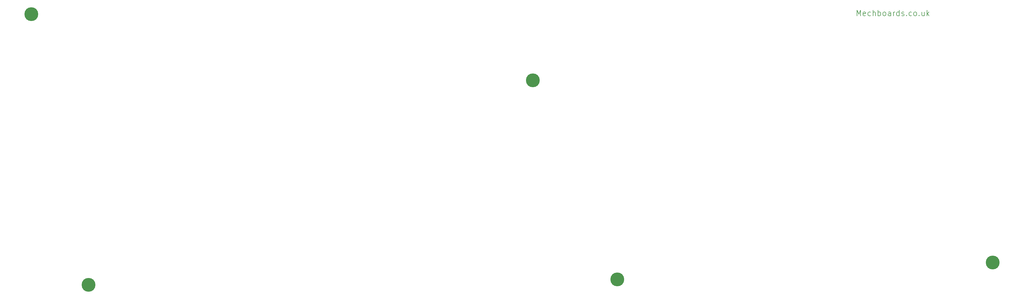
<source format=gts>
G04 #@! TF.GenerationSoftware,KiCad,Pcbnew,(5.1.10)-1*
G04 #@! TF.CreationDate,2021-10-05T15:19:37+01:00*
G04 #@! TF.ProjectId,EnvKB65-SwitchPlate,456e764b-4236-4352-9d53-776974636850,rev?*
G04 #@! TF.SameCoordinates,Original*
G04 #@! TF.FileFunction,Soldermask,Top*
G04 #@! TF.FilePolarity,Negative*
%FSLAX46Y46*%
G04 Gerber Fmt 4.6, Leading zero omitted, Abs format (unit mm)*
G04 Created by KiCad (PCBNEW (5.1.10)-1) date 2021-10-05 15:19:37*
%MOMM*%
%LPD*%
G01*
G04 APERTURE LIST*
%ADD10C,0.200000*%
%ADD11C,4.300000*%
G04 APERTURE END LIST*
D10*
X325605499Y-101491666D02*
X325605499Y-99741666D01*
X326188833Y-100991666D01*
X326772166Y-99741666D01*
X326772166Y-101491666D01*
X328272166Y-101408333D02*
X328105499Y-101491666D01*
X327772166Y-101491666D01*
X327605499Y-101408333D01*
X327522166Y-101241666D01*
X327522166Y-100575000D01*
X327605499Y-100408333D01*
X327772166Y-100325000D01*
X328105499Y-100325000D01*
X328272166Y-100408333D01*
X328355499Y-100575000D01*
X328355499Y-100741666D01*
X327522166Y-100908333D01*
X329855499Y-101408333D02*
X329688833Y-101491666D01*
X329355499Y-101491666D01*
X329188833Y-101408333D01*
X329105499Y-101325000D01*
X329022166Y-101158333D01*
X329022166Y-100658333D01*
X329105499Y-100491666D01*
X329188833Y-100408333D01*
X329355499Y-100325000D01*
X329688833Y-100325000D01*
X329855499Y-100408333D01*
X330605499Y-101491666D02*
X330605499Y-99741666D01*
X331355499Y-101491666D02*
X331355499Y-100575000D01*
X331272166Y-100408333D01*
X331105499Y-100325000D01*
X330855499Y-100325000D01*
X330688833Y-100408333D01*
X330605499Y-100491666D01*
X332188833Y-101491666D02*
X332188833Y-99741666D01*
X332188833Y-100408333D02*
X332355499Y-100325000D01*
X332688833Y-100325000D01*
X332855499Y-100408333D01*
X332938833Y-100491666D01*
X333022166Y-100658333D01*
X333022166Y-101158333D01*
X332938833Y-101325000D01*
X332855499Y-101408333D01*
X332688833Y-101491666D01*
X332355499Y-101491666D01*
X332188833Y-101408333D01*
X334022166Y-101491666D02*
X333855499Y-101408333D01*
X333772166Y-101325000D01*
X333688833Y-101158333D01*
X333688833Y-100658333D01*
X333772166Y-100491666D01*
X333855499Y-100408333D01*
X334022166Y-100325000D01*
X334272166Y-100325000D01*
X334438833Y-100408333D01*
X334522166Y-100491666D01*
X334605499Y-100658333D01*
X334605499Y-101158333D01*
X334522166Y-101325000D01*
X334438833Y-101408333D01*
X334272166Y-101491666D01*
X334022166Y-101491666D01*
X336105499Y-101491666D02*
X336105499Y-100575000D01*
X336022166Y-100408333D01*
X335855499Y-100325000D01*
X335522166Y-100325000D01*
X335355499Y-100408333D01*
X336105499Y-101408333D02*
X335938833Y-101491666D01*
X335522166Y-101491666D01*
X335355499Y-101408333D01*
X335272166Y-101241666D01*
X335272166Y-101075000D01*
X335355499Y-100908333D01*
X335522166Y-100825000D01*
X335938833Y-100825000D01*
X336105499Y-100741666D01*
X336938833Y-101491666D02*
X336938833Y-100325000D01*
X336938833Y-100658333D02*
X337022166Y-100491666D01*
X337105499Y-100408333D01*
X337272166Y-100325000D01*
X337438833Y-100325000D01*
X338772166Y-101491666D02*
X338772166Y-99741666D01*
X338772166Y-101408333D02*
X338605499Y-101491666D01*
X338272166Y-101491666D01*
X338105499Y-101408333D01*
X338022166Y-101325000D01*
X337938833Y-101158333D01*
X337938833Y-100658333D01*
X338022166Y-100491666D01*
X338105499Y-100408333D01*
X338272166Y-100325000D01*
X338605499Y-100325000D01*
X338772166Y-100408333D01*
X339522166Y-101408333D02*
X339688833Y-101491666D01*
X340022166Y-101491666D01*
X340188833Y-101408333D01*
X340272166Y-101241666D01*
X340272166Y-101158333D01*
X340188833Y-100991666D01*
X340022166Y-100908333D01*
X339772166Y-100908333D01*
X339605499Y-100825000D01*
X339522166Y-100658333D01*
X339522166Y-100575000D01*
X339605499Y-100408333D01*
X339772166Y-100325000D01*
X340022166Y-100325000D01*
X340188833Y-100408333D01*
X341022166Y-101325000D02*
X341105499Y-101408333D01*
X341022166Y-101491666D01*
X340938833Y-101408333D01*
X341022166Y-101325000D01*
X341022166Y-101491666D01*
X342605499Y-101408333D02*
X342438833Y-101491666D01*
X342105499Y-101491666D01*
X341938833Y-101408333D01*
X341855499Y-101325000D01*
X341772166Y-101158333D01*
X341772166Y-100658333D01*
X341855499Y-100491666D01*
X341938833Y-100408333D01*
X342105499Y-100325000D01*
X342438833Y-100325000D01*
X342605499Y-100408333D01*
X343605499Y-101491666D02*
X343438833Y-101408333D01*
X343355499Y-101325000D01*
X343272166Y-101158333D01*
X343272166Y-100658333D01*
X343355499Y-100491666D01*
X343438833Y-100408333D01*
X343605499Y-100325000D01*
X343855499Y-100325000D01*
X344022166Y-100408333D01*
X344105499Y-100491666D01*
X344188833Y-100658333D01*
X344188833Y-101158333D01*
X344105499Y-101325000D01*
X344022166Y-101408333D01*
X343855499Y-101491666D01*
X343605499Y-101491666D01*
X344938833Y-101325000D02*
X345022166Y-101408333D01*
X344938833Y-101491666D01*
X344855499Y-101408333D01*
X344938833Y-101325000D01*
X344938833Y-101491666D01*
X346522166Y-100325000D02*
X346522166Y-101491666D01*
X345772166Y-100325000D02*
X345772166Y-101241666D01*
X345855499Y-101408333D01*
X346022166Y-101491666D01*
X346272166Y-101491666D01*
X346438833Y-101408333D01*
X346522166Y-101325000D01*
X347355499Y-101491666D02*
X347355499Y-99741666D01*
X347522166Y-100825000D02*
X348022166Y-101491666D01*
X348022166Y-100325000D02*
X347355499Y-100991666D01*
D11*
X251125250Y-183475000D03*
X251125500Y-183475000D03*
X224900250Y-121600000D03*
X224900500Y-121600000D03*
X367800250Y-178200000D03*
X367800500Y-178200000D03*
X86800250Y-185220000D03*
X86800500Y-185220000D03*
X69000250Y-101000000D03*
X69000500Y-101000000D03*
M02*

</source>
